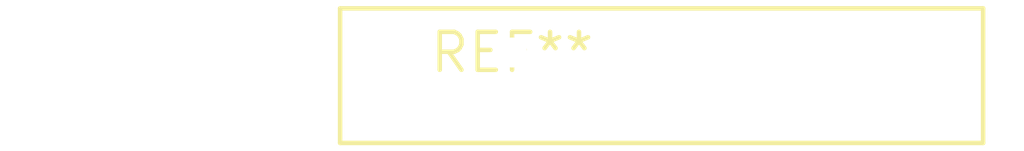
<source format=kicad_pcb>
(kicad_pcb (version 20240108) (generator pcbnew)
  (layers (0 "F.Cu" signal) (31 "B.Cu" signal) (34 "B.Paste" user) (35 "F.Paste" user) (36 "B.SilkS" user "B.Silkscreen") (37 "F.SilkS" user "F.Silkscreen") (38 "B.Mask" user) (39 "F.Mask" user) (44 "Edge.Cuts" user))
  (net 0 "")
  (footprint "RV_Disc_D21.5mm_W4.5mm_P10mm" (layer "F.Cu") (at 0 0)
    (property "Reference" "REF**")
    (property "Value" "RV_Disc_D21.5mm_W4.5mm_P10mm")
    (fp_line (start -5.75 -1.475) (end -5.75 3.025) (layer "F.SilkS") (stroke (width 0.15)))
    (fp_line (start -5.75 -1.475) (end 15.75 -1.475) (layer "F.SilkS") (stroke (width 0.15)))
    (fp_line (start -5.75 3.025) (end 15.75 3.025) (layer "F.SilkS") (stroke (width 0.15)))
    (fp_line (start 15.75 -1.475) (end 15.75 3.025) (layer "F.SilkS") (stroke (width 0.15)))
    (pad "1" thru_hole circle (at 0 0) (size 2 2) (drill 1) (layers *.Cu *.Mask) (remove_unused_layers))
    (pad "2" thru_hole circle (at 10 1.55) (size 2 2) (drill 1) (layers *.Cu *.Mask) (remove_unused_layers))
  )
)
</source>
